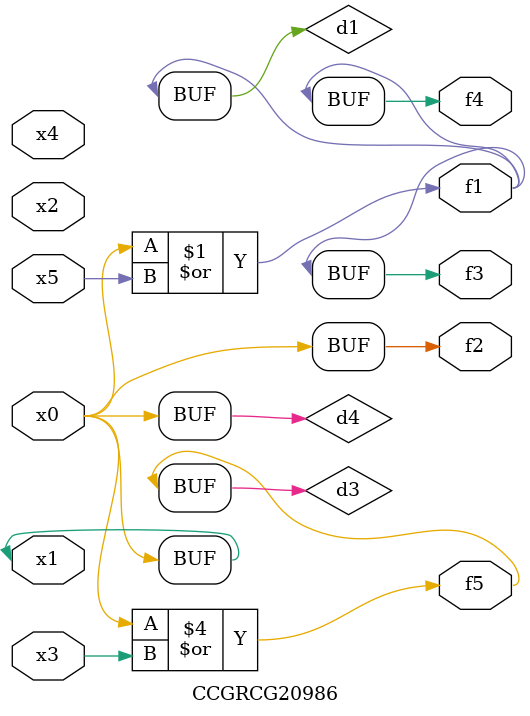
<source format=v>
module CCGRCG20986(
	input x0, x1, x2, x3, x4, x5,
	output f1, f2, f3, f4, f5
);

	wire d1, d2, d3, d4;

	or (d1, x0, x5);
	xnor (d2, x1, x4);
	or (d3, x0, x3);
	buf (d4, x0, x1);
	assign f1 = d1;
	assign f2 = d4;
	assign f3 = d1;
	assign f4 = d1;
	assign f5 = d3;
endmodule

</source>
